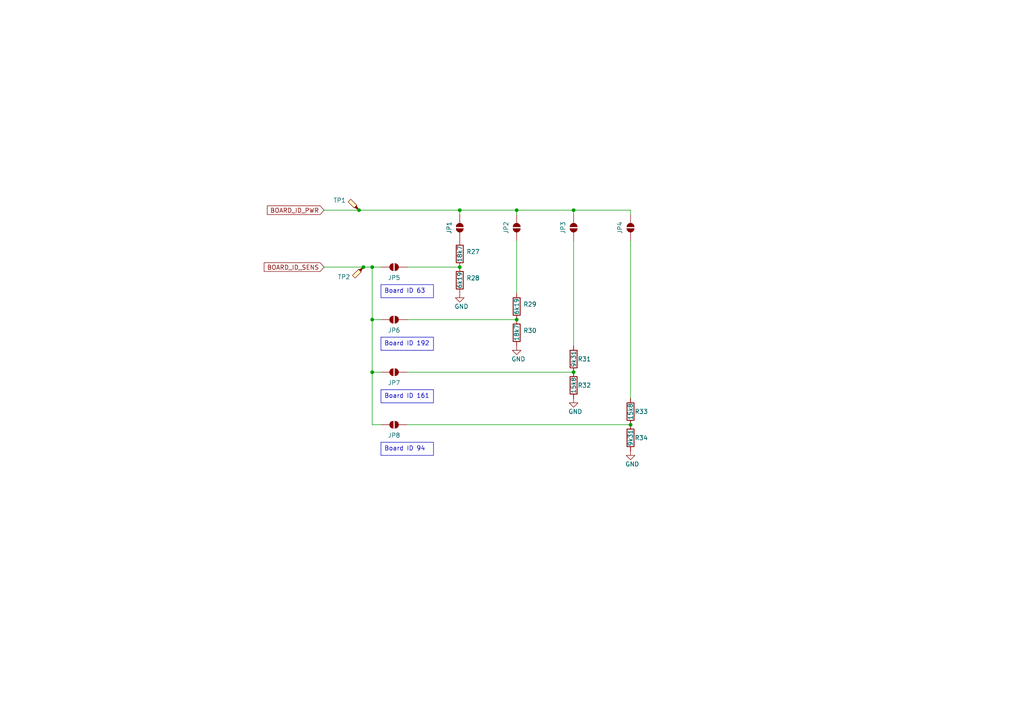
<source format=kicad_sch>
(kicad_sch (version 20231120) (generator "eeschema") (generator_version "8.0")
  (paper "A4")
  (lib_symbols
    (symbol "Connector:TestPoint_Probe" (pin_numbers hide) (pin_names (offset 0.762) hide)
      (property "Reference" "TP" (at 1.651 5.842 0))
      (property "Value" "TestPoint_Probe" (at 1.651 4.064 0))
      (symbol "TestPoint_Probe_0_1"
        (polyline (pts (xy 1.27 0.762) (xy 0 0) (xy 0.762 1.27) (xy 1.27 0.762)) (fill (type outline)))
        (polyline (pts (xy 1.397 0.635) (xy 0.635 1.397) (xy 2.413 3.175) (xy 3.175 2.413) (xy 1.397 0.635)) (fill (type background)))
      )
      (symbol "TestPoint_Probe_1_1"
        (pin passive line (at 0 0 90) (length 0) (name "1") (number "1"))
      )
    )
    (symbol "Device:R" (pin_numbers hide) (pin_names (offset 0))
      (property "Reference" "R" (at 2.032 0 90))
      (property "Value" "R" (at 0 0 90))
      (symbol "R_0_1"
        (rectangle (start -1.016 -2.54) (end 1.016 2.54) (stroke (width 0.254)))
      )
      (symbol "R_1_1"
        (pin passive line (at 0 3.81 270) (length 1.27) (name "~") (number "1"))
        (pin passive line (at 0 -3.81 90) (length 1.27) (name "~") (number "2"))
      )
    )
    (symbol "Jumper:SolderJumper_2_Open" (pin_numbers hide) (pin_names (offset 0) hide) (exclude_from_sim yes) (in_bom no)
      (property "Reference" "JP" (at 0 2.032 0))
      (property "Value" "SolderJumper_2_Open" (at 0 -2.54 0))
      (symbol "SolderJumper_2_Open_0_1"
        (arc (start -0.254 1.016) (mid -1.2656 0) (end -0.254 -1.016))
        (arc (start -0.254 1.016) (mid -1.2656 0) (end -0.254 -1.016) (fill (type outline)))
        (polyline (pts (xy -0.254 1.016) (xy -0.254 -1.016)))
        (polyline (pts (xy 0.254 1.016) (xy 0.254 -1.016)))
        (arc (start 0.254 -1.016) (mid 1.2656 0) (end 0.254 1.016))
        (arc (start 0.254 -1.016) (mid 1.2656 0) (end 0.254 1.016) (fill (type outline)))
      )
      (symbol "SolderJumper_2_Open_1_1"
        (pin passive line (at -3.81 0 0) (length 2.54) (name "A") (number "1"))
        (pin passive line (at 3.81 0 180) (length 2.54) (name "B") (number "2"))
      )
    )
    (symbol "power:GND" (power) (pin_numbers hide) (pin_names (offset 0) hide)
      (property "Value" "GND" (at 0 -3.81 0))
      (symbol "GND_0_1"
        (polyline (pts (xy 0 0) (xy 0 -1.27) (xy 1.27 -1.27) (xy 0 -2.54) (xy -1.27 -1.27) (xy 0 -1.27)))
      )
      (symbol "GND_1_1"
        (pin power_in line (at 0 0 270) (length 0) (name "~") (number "1"))
      )
    )
  )
  (junction (at 149.86 60.96))
  (junction (at 107.95 92.71))
  (junction (at 104.14 60.96))
  (junction (at 105.41 77.47))
  (junction (at 107.95 107.95))
  (junction (at 166.37 107.95))
  (junction (at 133.35 77.47))
  (junction (at 166.37 60.96))
  (junction (at 149.86 92.71))
  (junction (at 107.95 77.47))
  (junction (at 133.35 60.96))
  (junction (at 182.88 123.19))
  (wire (pts (xy 107.95 77.47) (xy 110.49 77.47)))
  (wire (pts (xy 93.98 60.96) (xy 104.14 60.96)))
  (wire (pts (xy 107.95 92.71) (xy 110.49 92.71)))
  (wire (pts (xy 182.88 60.96) (xy 166.37 60.96)))
  (wire (pts (xy 93.98 77.47) (xy 105.41 77.47)))
  (wire (pts (xy 105.41 77.47) (xy 107.95 77.47)))
  (wire (pts (xy 166.37 69.85) (xy 166.37 100.33)))
  (wire (pts (xy 166.37 60.96) (xy 166.37 62.23)))
  (wire (pts (xy 107.95 92.71) (xy 107.95 107.95)))
  (wire (pts (xy 118.11 77.47) (xy 133.35 77.47)))
  (wire (pts (xy 104.14 60.96) (xy 133.35 60.96)))
  (wire (pts (xy 149.86 62.23) (xy 149.86 60.96)))
  (wire (pts (xy 182.88 62.23) (xy 182.88 60.96)))
  (wire (pts (xy 182.88 69.85) (xy 182.88 115.57)))
  (wire (pts (xy 149.86 69.85) (xy 149.86 85.09)))
  (wire (pts (xy 149.86 60.96) (xy 133.35 60.96)))
  (wire (pts (xy 118.11 123.19) (xy 182.88 123.19)))
  (wire (pts (xy 107.95 107.95) (xy 110.49 107.95)))
  (wire (pts (xy 107.95 123.19) (xy 110.49 123.19)))
  (wire (pts (xy 107.95 77.47) (xy 107.95 92.71)))
  (wire (pts (xy 133.35 60.96) (xy 133.35 62.23)))
  (wire (pts (xy 118.11 92.71) (xy 149.86 92.71)))
  (wire (pts (xy 107.95 107.95) (xy 107.95 123.19)))
  (wire (pts (xy 118.11 107.95) (xy 166.37 107.95)))
  (wire (pts (xy 166.37 60.96) (xy 149.86 60.96)))
  (text_box "Board ID 192" (at 110.49 97.79 0) (size 15.24 3.81) (effects (font (size 1.27 1.27)) (justify left top)))
  (text_box "Board ID 94" (at 110.49 128.27 0) (size 15.24 3.81) (effects (font (size 1.27 1.27)) (justify left top)))
  (text_box "Board ID 63" (at 110.49 82.55 0) (size 15.24 3.81) (effects (font (size 1.27 1.27)) (justify left top)))
  (text_box "Board ID 161" (at 110.49 113.03 0) (size 15.24 3.81) (effects (font (size 1.27 1.27)) (justify left top)))
  (global_label "BOARD_ID_PWR" (shape input) (at 93.98 60.96 180) (property "Intersheetrefs" "${INTERSHEET_REFS}" (effects (hide yes))))
  (global_label "BOARD_ID_SENS" (shape input) (at 93.98 77.47 180) (property "Intersheetrefs" "${INTERSHEET_REFS}" (effects (hide yes))))
  (symbol (lib_id "Jumper:SolderJumper_2_Open") (at 149.86 66.04 270) (unit 1) (exclude_from_sim yes) (in_bom no)
    (property "Reference" "JP2" (at 146.05 66.04 0) (effects (justify bottom)))
    (property "Value" "SolderJumper_2_Open" (effects (hide yes)))
    (property "Footprint" "Jumper:SolderJumper-2_P1.3mm_Open_RoundedPad1.0x1.5mm" (effects (hide yes)))
    (property "Active" "Y" (effects (hide yes)))
    (property "MPN" "NA" (effects (hide yes)))
  )
  (symbol (lib_id "Device:R") (at 133.35 81.28 0) (mirror y) (unit 1)
    (property "Reference" "R28" (at 135.255 80.645 0) (effects (justify right)))
    (property "Value" "6k19" (at 133.35 81.28 90))
    (property "Footprint" "footprints:Nondescript_R_0402_1005Metric" (effects (hide yes)))
    (property "Active" "Y" (effects (hide yes)))
    (property "MPN" "C25914" (effects (hide yes)))
    (property "Manufacturer" "UNI-ROYAL(Uniroyal Elec)" (effects (hide yes)))
    (property "Manufacturer Part Number" "0402WGF6191TCE" (effects (hide yes)))
    (property "Basic or Extended Component" "Basic" (effects (hide yes)))
  )
  (symbol (lib_id "Device:R") (at 182.88 119.38 0) (mirror x) (unit 1)
    (property "Reference" "R33" (at 187.96 119.38 0) (effects (justify right)))
    (property "Value" "15k8" (at 182.88 119.38 90))
    (property "Footprint" "footprints:Nondescript_R_0402_1005Metric" (effects (hide yes)))
    (property "Active" "Y" (effects (hide yes)))
    (property "MPN" "C26956" (effects (hide yes)))
    (property "Manufacturer" "UNI-ROYAL(Uniroyal Elec)" (effects (hide yes)))
    (property "Manufacturer Part Number" "0402WGF1582TCE" (effects (hide yes)))
    (property "Basic or Extended Component" "Basic" (effects (hide yes)))
  )
  (symbol (lib_id "Device:R") (at 166.37 111.76 0) (mirror x) (unit 1)
    (property "Reference" "R32" (at 171.45 111.76 0) (effects (justify right)))
    (property "Value" "15k8" (at 166.37 111.76 90))
    (property "Footprint" "footprints:Nondescript_R_0402_1005Metric" (effects (hide yes)))
    (property "Active" "Y" (effects (hide yes)))
    (property "MPN" "C26956" (effects (hide yes)))
    (property "Manufacturer" "UNI-ROYAL(Uniroyal Elec)" (effects (hide yes)))
    (property "Manufacturer Part Number" "0402WGF1582TCE" (effects (hide yes)))
    (property "Basic or Extended Component" "Basic" (effects (hide yes)))
  )
  (symbol (lib_id "power:GND") (at 166.37 115.57 0) (mirror y) (unit 1)
    (property "Reference" "#PWR025" (effects (hide yes)))
    (property "Value" "GND" (at 168.91 119.38 0) (effects (justify left)))
  )
  (symbol (lib_id "Jumper:SolderJumper_2_Open") (at 114.3 92.71 0) (unit 1) (exclude_from_sim yes) (in_bom no)
    (property "Reference" "JP6" (at 114.3 96.52 0) (effects (justify bottom)))
    (property "Value" "SolderJumper_2_Open" (effects (hide yes)))
    (property "Footprint" "Jumper:SolderJumper-2_P1.3mm_Open_RoundedPad1.0x1.5mm" (effects (hide yes)))
    (property "Active" "Y" (effects (hide yes)))
    (property "MPN" "NA" (effects (hide yes)))
  )
  (symbol (lib_id "Jumper:SolderJumper_2_Open") (at 166.37 66.04 270) (unit 1) (exclude_from_sim yes) (in_bom no)
    (property "Reference" "JP3" (at 162.56 66.04 0) (effects (justify bottom)))
    (property "Value" "SolderJumper_2_Open" (effects (hide yes)))
    (property "Footprint" "Jumper:SolderJumper-2_P1.3mm_Open_RoundedPad1.0x1.5mm" (effects (hide yes)))
    (property "Active" "Y" (effects (hide yes)))
    (property "MPN" "NA" (effects (hide yes)))
  )
  (symbol (lib_id "Jumper:SolderJumper_2_Open") (at 182.88 66.04 270) (unit 1) (exclude_from_sim yes) (in_bom no)
    (property "Reference" "JP4" (at 179.07 66.04 0) (effects (justify bottom)))
    (property "Value" "SolderJumper_2_Open" (effects (hide yes)))
    (property "Footprint" "Jumper:SolderJumper-2_P1.3mm_Open_RoundedPad1.0x1.5mm" (effects (hide yes)))
    (property "Active" "Y" (effects (hide yes)))
    (property "MPN" "NA" (effects (hide yes)))
  )
  (symbol (lib_id "Jumper:SolderJumper_2_Open") (at 114.3 123.19 0) (unit 1) (exclude_from_sim yes) (in_bom no)
    (property "Reference" "JP8" (at 114.3 127 0) (effects (justify bottom)))
    (property "Value" "SolderJumper_2_Open" (effects (hide yes)))
    (property "Footprint" "Jumper:SolderJumper-2_P1.3mm_Open_RoundedPad1.0x1.5mm" (effects (hide yes)))
    (property "Active" "Y" (effects (hide yes)))
    (property "MPN" "NA" (effects (hide yes)))
  )
  (symbol (lib_id "Jumper:SolderJumper_2_Open") (at 133.35 66.04 270) (unit 1) (exclude_from_sim yes) (in_bom no)
    (property "Reference" "JP1" (at 129.54 66.04 0) (effects (justify bottom)))
    (property "Value" "SolderJumper_2_Open" (effects (hide yes)))
    (property "Footprint" "Jumper:SolderJumper-2_P1.3mm_Open_RoundedPad1.0x1.5mm" (effects (hide yes)))
    (property "Active" "Y" (effects (hide yes)))
    (property "MPN" "NA" (effects (hide yes)))
  )
  (symbol (lib_id "Device:R") (at 182.88 127 0) (mirror x) (unit 1)
    (property "Reference" "R34" (at 187.96 127 0) (effects (justify right)))
    (property "Value" "9k31" (at 182.88 127 90))
    (property "Footprint" "footprints:Nondescript_R_0402_1005Metric" (effects (hide yes)))
    (property "Active" "Y" (effects (hide yes)))
    (property "MPN" "C270572" (effects (hide yes)))
    (property "Manufacturer" "UNI-ROYAL(Uniroyal Elec)" (effects (hide yes)))
    (property "Manufacturer Part Number" "0402WGF9311TCE" (effects (hide yes)))
    (property "Basic or Extended Component" "Basic" (effects (hide yes)))
  )
  (symbol (lib_id "power:GND") (at 149.86 100.33 0) (mirror y) (unit 1)
    (property "Reference" "#PWR024" (effects (hide yes)))
    (property "Value" "GND" (at 152.4 104.14 0) (effects (justify left)))
  )
  (symbol (lib_id "Device:R") (at 149.86 96.52 0) (mirror y) (unit 1)
    (property "Reference" "R30" (at 151.765 95.885 0) (effects (justify right)))
    (property "Value" "18k7" (at 149.86 96.52 90))
    (property "Footprint" "footprints:Nondescript_R_0402_1005Metric" (effects (hide yes)))
    (property "Active" "Y" (effects (hide yes)))
    (property "MPN" "C11476" (effects (hide yes)))
    (property "Manufacturer" "UNI-ROYAL(Uniroyal Elec)" (effects (hide yes)))
    (property "Manufacturer Part Number" "0402WGF1872TCE" (effects (hide yes)))
    (property "Basic or Extended Component" "Basic" (effects (hide yes)))
  )
  (symbol (lib_id "Connector:TestPoint_Probe") (at 105.41 77.47 180) (unit 1)
    (property "Reference" "TP2" (at 101.6 80.3275 0) (effects (justify left)))
    (property "Value" "TestPoint_Probe" (effects (hide yes)))
    (property "Footprint" "footprints:TestPoint_Pad_D2.5mm" (effects (hide yes)))
    (property "MPN" "NA" (effects (hide yes)))
    (property "Active" "Y" (effects (hide yes)))
  )
  (symbol (lib_id "Connector:TestPoint_Probe") (at 104.14 60.96 0) (mirror y) (unit 1)
    (property "Reference" "TP1" (at 100.33 58.1025 0) (effects (justify left)))
    (property "Value" "TestPoint_Probe" (effects (hide yes)))
    (property "Footprint" "footprints:TestPoint_Pad_D2.5mm" (effects (hide yes)))
    (property "MPN" "NA" (effects (hide yes)))
    (property "Active" "Y" (effects (hide yes)))
  )
  (symbol (lib_id "Device:R") (at 149.86 88.9 0) (mirror y) (unit 1)
    (property "Reference" "R29" (at 151.765 88.265 0) (effects (justify right)))
    (property "Value" "6k19" (at 149.86 88.9 90))
    (property "Footprint" "footprints:Nondescript_R_0402_1005Metric" (effects (hide yes)))
    (property "Active" "Y" (effects (hide yes)))
    (property "MPN" "C25914" (effects (hide yes)))
    (property "Manufacturer" "UNI-ROYAL(Uniroyal Elec)" (effects (hide yes)))
    (property "Manufacturer Part Number" "0402WGF6191TCE" (effects (hide yes)))
    (property "Basic or Extended Component" "Basic" (effects (hide yes)))
  )
  (symbol (lib_id "power:GND") (at 182.88 130.81 0) (mirror y) (unit 1)
    (property "Reference" "#PWR026" (effects (hide yes)))
    (property "Value" "GND" (at 185.42 134.62 0) (effects (justify left)))
  )
  (symbol (lib_id "Jumper:SolderJumper_2_Open") (at 114.3 77.47 0) (unit 1) (exclude_from_sim yes) (in_bom no)
    (property "Reference" "JP5" (at 114.3 81.28 0) (effects (justify bottom)))
    (property "Value" "SolderJumper_2_Open" (effects (hide yes)))
    (property "Footprint" "Jumper:SolderJumper-2_P1.3mm_Open_RoundedPad1.0x1.5mm" (effects (hide yes)))
    (property "Active" "Y" (effects (hide yes)))
    (property "MPN" "NA" (effects (hide yes)))
  )
  (symbol (lib_id "Jumper:SolderJumper_2_Open") (at 114.3 107.95 0) (unit 1) (exclude_from_sim yes) (in_bom no)
    (property "Reference" "JP7" (at 114.3 111.76 0) (effects (justify bottom)))
    (property "Value" "SolderJumper_2_Open" (effects (hide yes)))
    (property "Footprint" "Jumper:SolderJumper-2_P1.3mm_Open_RoundedPad1.0x1.5mm" (effects (hide yes)))
    (property "Active" "Y" (effects (hide yes)))
    (property "MPN" "NA" (effects (hide yes)))
  )
  (symbol (lib_id "Device:R") (at 133.35 73.66 0) (mirror y) (unit 1)
    (property "Reference" "R27" (at 135.255 73.025 0) (effects (justify right)))
    (property "Value" "18k7" (at 133.35 73.66 90))
    (property "Footprint" "footprints:Nondescript_R_0402_1005Metric" (effects (hide yes)))
    (property "Active" "Y" (effects (hide yes)))
    (property "MPN" "C11476" (effects (hide yes)))
    (property "Manufacturer" "UNI-ROYAL(Uniroyal Elec)" (effects (hide yes)))
    (property "Manufacturer Part Number" "0402WGF1872TCE" (effects (hide yes)))
    (property "Basic or Extended Component" "Basic" (effects (hide yes)))
  )
  (symbol (lib_id "power:GND") (at 133.35 85.09 0) (mirror y) (unit 1)
    (property "Reference" "#PWR023" (effects (hide yes)))
    (property "Value" "GND" (at 135.89 88.9 0) (effects (justify left)))
  )
  (symbol (lib_id "Device:R") (at 166.37 104.14 0) (mirror x) (unit 1)
    (property "Reference" "R31" (at 171.45 104.14 0) (effects (justify right)))
    (property "Value" "9k31" (at 166.37 104.14 90))
    (property "Footprint" "footprints:Nondescript_R_0402_1005Metric" (effects (hide yes)))
    (property "Active" "Y" (effects (hide yes)))
    (property "MPN" "C270572" (effects (hide yes)))
    (property "Manufacturer" "UNI-ROYAL(Uniroyal Elec)" (effects (hide yes)))
    (property "Manufacturer Part Number" "0402WGF9311TCE" (effects (hide yes)))
    (property "Basic or Extended Component" "Basic" (effects (hide yes)))
  )
)
</source>
